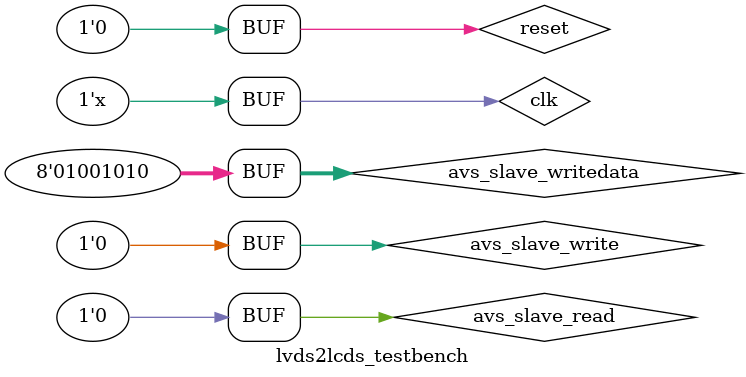
<source format=v>
`timescale 1 ns / 1 ns


module lvds2lcds_testbench;

	// simulated bus
	reg clk = 0;
	reg reset = 1;

	reg            avs_slave_write = 0;
	reg            avs_slave_read = 0;
	reg       [7:0]avs_slave_writedata = 0;
	wire      [7:0]avs_slave_readdata;
	
	// simulated chip
	wire           reset_n;
	wire           scl;
	wire           sdi;
	wire           sld;



	always #10 clk = !clk;
	

	initial
	begin
		#1    reset               <= 0;
		#120  avs_slave_writedata <= 8'b01001010;
		#10   avs_slave_write     <= 1;
		#20   avs_slave_write     <= 0;
	end
	

	lvds2lcds DUT (
		.clk(clk),
		.reset(reset),
		.avs_slave_write(avs_slave_write),
		.avs_slave_read(avs_slave_read),
		.avs_slave_writedata(avs_slave_writedata),
		.avs_slave_readdata(avs_slave_readdata),
		.reset_n(reset_n),
		.scl(scl),
		.sdi(sdi),
		.sld(sld)
	);


endmodule

</source>
